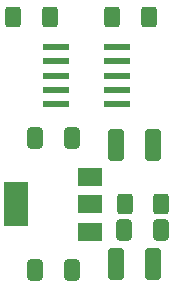
<source format=gbr>
%TF.GenerationSoftware,KiCad,Pcbnew,(6.0.2)*%
%TF.CreationDate,2022-03-14T21:43:21-03:00*%
%TF.ProjectId,9_axis_double,395f6178-6973-45f6-946f-75626c652e6b,rev?*%
%TF.SameCoordinates,Original*%
%TF.FileFunction,Paste,Bot*%
%TF.FilePolarity,Positive*%
%FSLAX46Y46*%
G04 Gerber Fmt 4.6, Leading zero omitted, Abs format (unit mm)*
G04 Created by KiCad (PCBNEW (6.0.2)) date 2022-03-14 21:43:21*
%MOMM*%
%LPD*%
G01*
G04 APERTURE LIST*
G04 Aperture macros list*
%AMRoundRect*
0 Rectangle with rounded corners*
0 $1 Rounding radius*
0 $2 $3 $4 $5 $6 $7 $8 $9 X,Y pos of 4 corners*
0 Add a 4 corners polygon primitive as box body*
4,1,4,$2,$3,$4,$5,$6,$7,$8,$9,$2,$3,0*
0 Add four circle primitives for the rounded corners*
1,1,$1+$1,$2,$3*
1,1,$1+$1,$4,$5*
1,1,$1+$1,$6,$7*
1,1,$1+$1,$8,$9*
0 Add four rect primitives between the rounded corners*
20,1,$1+$1,$2,$3,$4,$5,0*
20,1,$1+$1,$4,$5,$6,$7,0*
20,1,$1+$1,$6,$7,$8,$9,0*
20,1,$1+$1,$8,$9,$2,$3,0*%
G04 Aperture macros list end*
%ADD10R,2.000000X1.500000*%
%ADD11R,2.000000X3.800000*%
%ADD12R,2.200000X0.600000*%
%ADD13RoundRect,0.250000X0.400000X0.625000X-0.400000X0.625000X-0.400000X-0.625000X0.400000X-0.625000X0*%
%ADD14RoundRect,0.250000X-0.412500X-0.650000X0.412500X-0.650000X0.412500X0.650000X-0.412500X0.650000X0*%
%ADD15RoundRect,0.250000X0.412500X0.650000X-0.412500X0.650000X-0.412500X-0.650000X0.412500X-0.650000X0*%
%ADD16RoundRect,0.250000X0.412500X1.100000X-0.412500X1.100000X-0.412500X-1.100000X0.412500X-1.100000X0*%
%ADD17RoundRect,0.250000X-0.412500X-1.100000X0.412500X-1.100000X0.412500X1.100000X-0.412500X1.100000X0*%
G04 APERTURE END LIST*
D10*
%TO.C,U2*%
X81050000Y-73700000D03*
D11*
X74750000Y-76000000D03*
D10*
X81050000Y-76000000D03*
X81050000Y-78300000D03*
%TD*%
D12*
%TO.C,U1*%
X83300000Y-67500000D03*
X83300000Y-66300000D03*
X83300000Y-65100000D03*
X83300000Y-63900000D03*
X83300000Y-62700000D03*
X78100000Y-62700000D03*
X78100000Y-63900000D03*
X78100000Y-65100000D03*
X78100000Y-66300000D03*
X78100000Y-67500000D03*
%TD*%
D13*
%TO.C,R11*%
X77600000Y-60100000D03*
X74500000Y-60100000D03*
%TD*%
%TO.C,R2*%
X86000000Y-60100000D03*
X82900000Y-60100000D03*
%TD*%
%TO.C,R1*%
X83950000Y-75935000D03*
X87050000Y-75935000D03*
%TD*%
D14*
%TO.C,C9*%
X87062500Y-78200000D03*
X83937500Y-78200000D03*
%TD*%
D15*
%TO.C,C4*%
X79462500Y-70400000D03*
X76337500Y-70400000D03*
%TD*%
D16*
%TO.C,C3*%
X86362500Y-70950000D03*
X83237500Y-70950000D03*
%TD*%
D17*
%TO.C,C2*%
X83237500Y-81050000D03*
X86362500Y-81050000D03*
%TD*%
D14*
%TO.C,C1*%
X76337500Y-81600000D03*
X79462500Y-81600000D03*
%TD*%
M02*

</source>
